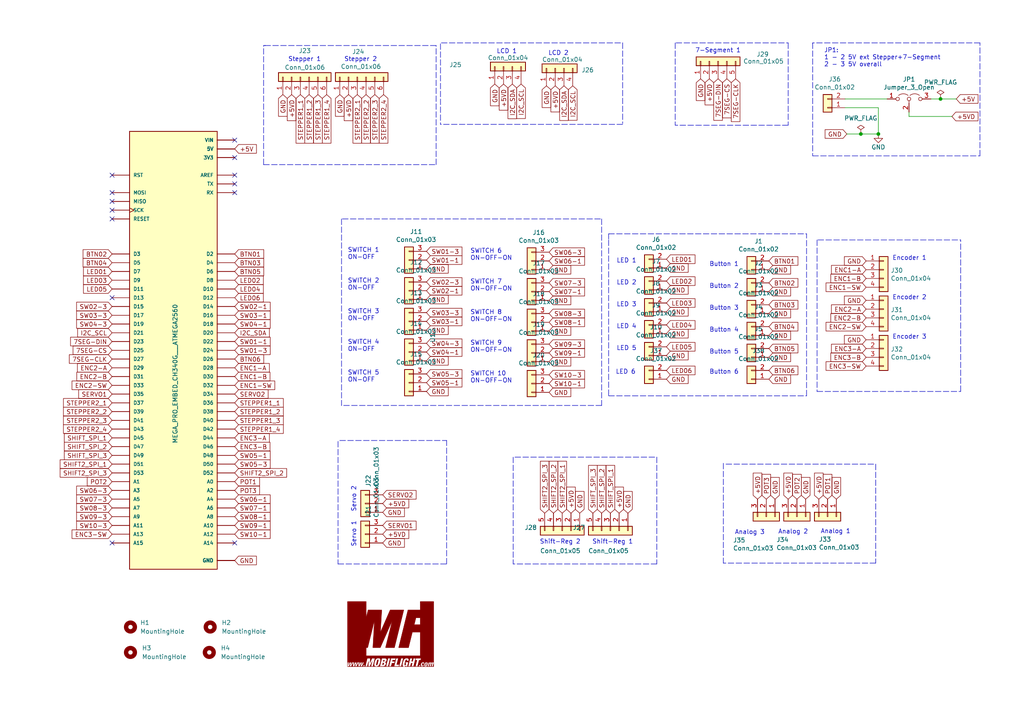
<source format=kicad_sch>
(kicad_sch (version 20211123) (generator eeschema)
  (paper "A4")
  (title_block (title "MobiFlight Prototyping Board") (date "09.12.2022") (rev "2.1") (company "mobiflight community") (comment 1 "stephan hoeltig") (comment 2 "sebastian moebius"))
  (lib_symbols
    (symbol "Connector_Generic:Conn_01x02" (pin_names (offset 1.016) hide)
      (property "Reference" "J" (at 0 2.54 0))
      (property "Value" "Conn_01x02" (at 0 -5.08 0))
      (symbol "Conn_01x02_1_1"
        (pin passive line (at -5.08 0 0) (length 3.81) (name "Pin_1") (number "1"))
        (pin passive line (at -5.08 -2.54 0) (length 3.81) (name "Pin_2") (number "2"))
      )
    )
    (symbol "Connector_Generic:Conn_01x03" (pin_names (offset 1.016) hide)
      (property "Reference" "J" (at 0 5.08 0))
      (property "Value" "Conn_01x03" (at 0 -5.08 0))
      (symbol "Conn_01x03_1_1"
        (pin passive line (at -5.08 2.54 0) (length 3.81) (name "Pin_1") (number "1"))
        (pin passive line (at -5.08 0 0) (length 3.81) (name "Pin_2") (number "2"))
        (pin passive line (at -5.08 -2.54 0) (length 3.81) (name "Pin_3") (number "3"))
      )
    )
    (symbol "Connector_Generic:Conn_01x04" (pin_names (offset 1.016) hide)
      (property "Reference" "J" (at 0 5.08 0))
      (property "Value" "Conn_01x04" (at 0 -7.62 0))
      (symbol "Conn_01x04_1_1"
        (pin passive line (at -5.08 2.54 0) (length 3.81) (name "Pin_1") (number "1"))
        (pin passive line (at -5.08 0 0) (length 3.81) (name "Pin_2") (number "2"))
        (pin passive line (at -5.08 -2.54 0) (length 3.81) (name "Pin_3") (number "3"))
        (pin passive line (at -5.08 -5.08 0) (length 3.81) (name "Pin_4") (number "4"))
      )
    )
    (symbol "Connector_Generic:Conn_01x05" (pin_names (offset 1.016) hide)
      (property "Reference" "J" (at 0 7.62 0))
      (property "Value" "Conn_01x05" (at 0 -7.62 0))
      (symbol "Conn_01x05_1_1"
        (pin passive line (at -5.08 5.08 0) (length 3.81) (name "Pin_1") (number "1"))
        (pin passive line (at -5.08 2.54 0) (length 3.81) (name "Pin_2") (number "2"))
        (pin passive line (at -5.08 0 0) (length 3.81) (name "Pin_3") (number "3"))
        (pin passive line (at -5.08 -2.54 0) (length 3.81) (name "Pin_4") (number "4"))
        (pin passive line (at -5.08 -5.08 0) (length 3.81) (name "Pin_5") (number "5"))
      )
    )
    (symbol "Connector_Generic:Conn_01x06" (pin_names (offset 1.016) hide)
      (property "Reference" "J" (at 0 7.62 0))
      (property "Value" "Conn_01x06" (at 0 -10.16 0))
      (symbol "Conn_01x06_1_1"
        (pin passive line (at -5.08 5.08 0) (length 3.81) (name "Pin_1") (number "1"))
        (pin passive line (at -5.08 2.54 0) (length 3.81) (name "Pin_2") (number "2"))
        (pin passive line (at -5.08 0 0) (length 3.81) (name "Pin_3") (number "3"))
        (pin passive line (at -5.08 -2.54 0) (length 3.81) (name "Pin_4") (number "4"))
        (pin passive line (at -5.08 -5.08 0) (length 3.81) (name "Pin_5") (number "5"))
        (pin passive line (at -5.08 -7.62 0) (length 3.81) (name "Pin_6") (number "6"))
      )
    )
    (symbol "Jumper:Jumper_3_Open" (pin_names (offset 0) hide)
      (property "Reference" "JP" (at -2.54 -2.54 0))
      (property "Value" "Jumper_3_Open" (at 0 2.794 0))
      (symbol "Jumper_3_Open_1_1"
        (pin passive line (at -6.35 0 0) (length 2.54) (name "A") (number "1"))
        (pin input line (at 0 -3.81 90) (length 2.54) (name "C") (number "2"))
        (pin passive line (at 6.35 0 180) (length 2.54) (name "B") (number "3"))
      )
    )
    (symbol "MEGA_PRO_EMBED_CH340G___ATMEGA2560:MEGA_PRO_EMBED_CH340G___ATMEGA2560" (pin_numbers hide) (pin_names (offset 1.016))
      (property "Reference" "U1" (at -64.262 1.1684 90))
      (property "Value" "MEGA_PRO_EMBED_CH340G___ATMEGA2560" (at -64.262 -1.143 90))
      (symbol "MEGA_PRO_EMBED_CH340G___ATMEGA2560_0_0"
        (pin power_in line (at 17.78 55.88 180) (length 5.08) (name "3V3") (number "3V3_1"))
        (pin power_in line (at 17.78 55.88 180) (length 5.08) (name "3V3") (number "3V3_2"))
        (pin power_in line (at 17.78 58.42 180) (length 5.08) (name "5V") (number "5V_1"))
        (pin power_in line (at 17.78 58.42 180) (length 5.08) (name "5V") (number "5V_2"))
        (pin power_in line (at 17.78 58.42 180) (length 5.08) (name "5V") (number "5V_3"))
        (pin bidirectional line (at 17.78 -38.1 180) (length 5.08) (name "A0") (number "A0"))
        (pin bidirectional line (at -17.78 -38.1 0) (length 5.08) (name "A1") (number "A1"))
        (pin bidirectional line (at 17.78 -50.8 180) (length 5.08) (name "A10") (number "A10"))
        (pin bidirectional line (at -17.78 -50.8 0) (length 5.08) (name "A11") (number "A11"))
        (pin bidirectional line (at 17.78 -53.34 180) (length 5.08) (name "A12") (number "A12"))
        (pin bidirectional line (at -17.78 -53.34 0) (length 5.08) (name "A13") (number "A13"))
        (pin bidirectional line (at 17.78 -55.88 180) (length 5.08) (name "A14") (number "A14"))
        (pin bidirectional line (at -17.78 -55.88 0) (length 5.08) (name "A15") (number "A15"))
        (pin bidirectional line (at 17.78 -40.64 180) (length 5.08) (name "A2") (number "A2"))
        (pin bidirectional line (at -17.78 -40.64 0) (length 5.08) (name "A3") (number "A3"))
        (pin bidirectional line (at 17.78 -43.18 180) (length 5.08) (name "A4") (number "A4"))
        (pin bidirectional line (at -17.78 -43.18 0) (length 5.08) (name "A5") (number "A5"))
        (pin bidirectional line (at 17.78 -45.72 180) (length 5.08) (name "A6") (number "A6"))
        (pin bidirectional line (at -17.78 -45.72 0) (length 5.08) (name "A7") (number "A7"))
        (pin bidirectional line (at 17.78 -48.26 180) (length 5.08) (name "A8") (number "A8"))
        (pin bidirectional line (at -17.78 -48.26 0) (length 5.08) (name "A9") (number "A9"))
        (pin bidirectional line (at 17.78 50.8 180) (length 5.08) (name "AREF") (number "AREF"))
        (pin bidirectional line (at 17.78 17.78 180) (length 5.08) (name "D10") (number "D10"))
        (pin bidirectional line (at -17.78 17.78 0) (length 5.08) (name "D11") (number "D11"))
        (pin bidirectional line (at 17.78 15.24 180) (length 5.08) (name "D12") (number "D12"))
        (pin bidirectional line (at -17.78 15.24 0) (length 5.08) (name "D13") (number "D13"))
        (pin bidirectional line (at 17.78 12.7 180) (length 5.08) (name "D14") (number "D14"))
        (pin bidirectional line (at -17.78 12.7 0) (length 5.08) (name "D15") (number "D15"))
        (pin bidirectional line (at 17.78 10.16 180) (length 5.08) (name "D16") (number "D16"))
        (pin bidirectional line (at -17.78 10.16 0) (length 5.08) (name "D17") (number "D17"))
        (pin bidirectional line (at 17.78 7.62 180) (length 5.08) (name "D18") (number "D18"))
        (pin bidirectional line (at -17.78 7.62 0) (length 5.08) (name "D19") (number "D19"))
        (pin bidirectional line (at 17.78 27.94 180) (length 5.08) (name "D2") (number "D2"))
        (pin bidirectional line (at 17.78 5.08 180) (length 5.08) (name "D20") (number "D20"))
        (pin bidirectional line (at -17.78 5.08 0) (length 5.08) (name "D21") (number "D21"))
        (pin bidirectional line (at 17.78 2.54 180) (length 5.08) (name "D22") (number "D22"))
        (pin bidirectional line (at -17.78 2.54 0) (length 5.08) (name "D23") (number "D23"))
        (pin bidirectional line (at 17.78 0 180) (length 5.08) (name "D24") (number "D24"))
        (pin bidirectional line (at -17.78 0 0) (length 5.08) (name "D25") (number "D25"))
        (pin bidirectional line (at 17.78 -2.54 180) (length 5.08) (name "D26") (number "D26"))
        (pin bidirectional line (at -17.78 -2.54 0) (length 5.08) (name "D27") (number "D27"))
        (pin bidirectional line (at 17.78 -5.08 180) (length 5.08) (name "D28") (number "D28"))
        (pin bidirectional line (at -17.78 -5.08 0) (length 5.08) (name "D29") (number "D29"))
        (pin bidirectional line (at -17.78 27.94 0) (length 5.08) (name "D3") (number "D3"))
        (pin bidirectional line (at 17.78 -7.62 180) (length 5.08) (name "D30") (number "D30"))
        (pin bidirectional line (at -17.78 -7.62 0) (length 5.08) (name "D31") (number "D31"))
        (pin bidirectional line (at 17.78 -10.16 180) (length 5.08) (name "D32") (number "D32"))
        (pin bidirectional line (at -17.78 -10.16 0) (length 5.08) (name "D33") (number "D33"))
        (pin bidirectional line (at 17.78 -12.7 180) (length 5.08) (name "D34") (number "D34"))
        (pin bidirectional line (at -17.78 -12.7 0) (length 5.08) (name "D35") (number "D35"))
        (pin bidirectional line (at 17.78 -15.24 180) (length 5.08) (name "D36") (number "D36"))
        (pin bidirectional line (at -17.78 -15.24 0) (length 5.08) (name "D37") (number "D37"))
        (pin bidirectional line (at 17.78 -17.78 180) (length 5.08) (name "D38") (number "D38"))
        (pin bidirectional line (at -17.78 -17.78 0) (length 5.08) (name "D39") (number "D39"))
        (pin bidirectional line (at 17.78 25.4 180) (length 5.08) (name "D4") (number "D4"))
        (pin bidirectional line (at 17.78 -20.32 180) (length 5.08) (name "D40") (number "D40"))
        (pin bidirectional line (at -17.78 -20.32 0) (length 5.08) (name "D41") (number "D41"))
        (pin bidirectional line (at 17.78 -22.86 180) (length 5.08) (name "D42") (number "D42"))
        (pin bidirectional line (at -17.78 -22.86 0) (length 5.08) (name "D43") (number "D43"))
        (pin bidirectional line (at 17.78 -25.4 180) (length 5.08) (name "D44") (number "D44"))
        (pin bidirectional line (at -17.78 -25.4 0) (length 5.08) (name "D45") (number "D45"))
        (pin bidirectional line (at 17.78 -27.94 180) (length 5.08) (name "D46") (number "D46"))
        (pin bidirectional line (at -17.78 -27.94 0) (length 5.08) (name "D47") (number "D47"))
        (pin bidirectional line (at 17.78 -30.48 180) (length 5.08) (name "D48") (number "D48"))
        (pin bidirectional line (at -17.78 -30.48 0) (length 5.08) (name "D49") (number "D49"))
        (pin bidirectional line (at -17.78 25.4 0) (length 5.08) (name "D5") (number "D5"))
        (pin bidirectional line (at 17.78 -33.02 180) (length 5.08) (name "D50") (number "D50"))
        (pin bidirectional line (at -17.78 -33.02 0) (length 5.08) (name "D51") (number "D51"))
        (pin bidirectional line (at 17.78 -35.56 180) (length 5.08) (name "D52") (number "D52"))
        (pin bidirectional line (at -17.78 -35.56 0) (length 5.08) (name "D53") (number "D53"))
        (pin bidirectional line (at 17.78 22.86 180) (length 5.08) (name "D6") (number "D6"))
        (pin bidirectional line (at -17.78 22.86 0) (length 5.08) (name "D7") (number "D7"))
        (pin bidirectional line (at 17.78 20.32 180) (length 5.08) (name "D8") (number "D8"))
        (pin bidirectional line (at -17.78 20.32 0) (length 5.08) (name "D9") (number "D9"))
        (pin power_in line (at 17.78 -60.96 180) (length 5.08) (name "GND") (number "GND_1"))
        (pin power_in line (at 17.78 -60.96 180) (length 5.08) (name "GND") (number "GND_2"))
        (pin power_in line (at 17.78 -60.96 180) (length 5.08) (name "GND") (number "GND_3"))
        (pin bidirectional line (at -17.78 43.18 0) (length 5.08) (name "MISO") (number "MISO"))
        (pin bidirectional line (at -17.78 45.72 0) (length 5.08) (name "MOSI") (number "MOSI"))
        (pin input line (at -17.78 38.1 0) (length 5.08) (name "RESET") (number "RESET"))
        (pin input line (at -17.78 50.8 0) (length 5.08) (name "RST") (number "RST"))
        (pin input line (at 17.78 45.72 180) (length 5.08) (name "RX") (number "RX"))
        (pin bidirectional clock (at -17.78 40.64 0) (length 5.08) (name "SCK") (number "SCK"))
        (pin output line (at 17.78 48.26 180) (length 5.08) (name "TX") (number "TX"))
        (pin input line (at 17.78 60.96 180) (length 5.08) (name "VIN") (number "VIN_1"))
        (pin output line (at 17.78 60.96 180) (length 5.08) (name "VIN") (number "VIN_2"))
      )
    )
    (symbol "Mechanical:MountingHole" (pin_names (offset 1.016))
      (property "Reference" "H" (at 0 5.08 0))
      (property "Value" "MountingHole" (at 0 3.175 0))
    )
    (symbol "mobiflight:LOGO" (pin_names (offset 1.016)))
    (symbol "power:GND" (power) (pin_names (offset 0))
      (property "Value" "GND" (at 0 -3.81 0))
      (symbol "GND_1_1"
        (pin power_in line (at 0 0 270) (length 0) hide (name "GND") (number "1"))
      )
    )
    (symbol "power:PWR_FLAG" (power) (pin_numbers hide) (pin_names (offset 0) hide)
      (property "Value" "PWR_FLAG" (at 0 3.81 0))
      (symbol "PWR_FLAG_0_0"
        (pin power_out line (at 0 0 90) (length 0) (name "pwr") (number "1"))
      )
    )
  )
  (junction (at 254.762 38.862))
  (junction (at 272.796 28.702))
  (junction (at 249.682 38.862))
  (no_connect (at 32.512 50.8))
  (no_connect (at 68.072 45.72))
  (no_connect (at 68.072 55.88))
  (no_connect (at 68.072 40.64))
  (no_connect (at 32.512 58.42))
  (no_connect (at 32.512 60.96))
  (no_connect (at 68.072 53.34))
  (no_connect (at 32.512 157.48))
  (no_connect (at 68.072 50.8))
  (no_connect (at 32.512 86.36))
  (no_connect (at 68.072 157.48))
  (no_connect (at 32.512 63.5))
  (no_connect (at 32.512 55.88))
  (wire (pts (xy 249.682 38.862) (xy 245.618 38.862)))
  (polyline (pts (xy 98.044 163.576) (xy 129.54 163.576)))
  (polyline (pts (xy 278.638 113.538) (xy 278.638 69.596)))
  (polyline (pts (xy 190.5 132.588) (xy 190.5 163.576)))
  (polyline (pts (xy 210.566 134.62) (xy 254 134.62)))
  (wire (pts (xy 254.762 31.242) (xy 245.11 31.242)))
  (polyline (pts (xy 180.594 12.446) (xy 180.594 35.814)))
  (wire (pts (xy 272.796 28.702) (xy 277.368 28.702)))
  (polyline (pts (xy 254 134.62) (xy 254 163.322)))
  (wire (pts (xy 254.762 38.862) (xy 249.682 38.862)))
  (polyline (pts (xy 195.834 12.446) (xy 195.834 36.322)))
  (polyline (pts (xy 228.6 36.322) (xy 195.834 36.322)))
  (polyline (pts (xy 176.53 114.808) (xy 233.934 114.808)))
  (wire (pts (xy 254.762 38.862) (xy 254.762 31.242)))
  (polyline (pts (xy 233.934 114.808) (xy 233.934 67.818)))
  (polyline (pts (xy 196.088 12.446) (xy 228.6 12.446)))
  (polyline (pts (xy 209.804 134.366) (xy 209.804 163.322)))
  (polyline (pts (xy 284.226 12.446) (xy 235.712 12.446)))
  (polyline (pts (xy 148.844 132.588) (xy 148.844 163.576)))
  (polyline (pts (xy 76.454 47.752) (xy 76.454 13.208)))
  (polyline (pts (xy 127.762 12.7) (xy 127.762 36.068)))
  (polyline (pts (xy 98.044 128.016) (xy 98.044 163.576)))
  (polyline (pts (xy 126.492 47.752) (xy 126.492 13.208)))
  (polyline (pts (xy 76.454 47.752) (xy 126.492 47.752)))
  (polyline (pts (xy 99.06 63.5) (xy 99.06 117.602)))
  (polyline (pts (xy 284.226 45.212) (xy 284.226 12.446)))
  (wire (pts (xy 245.11 28.702) (xy 257.302 28.702)))
  (polyline (pts (xy 254 163.322) (xy 209.804 163.322)))
  (polyline (pts (xy 235.712 12.446) (xy 235.712 12.7)))
  (polyline (pts (xy 236.982 113.538) (xy 278.638 113.538)))
  (wire (pts (xy 263.652 32.512) (xy 263.652 33.782)))
  (polyline (pts (xy 176.53 69.596) (xy 176.53 114.808)))
  (polyline (pts (xy 176.53 67.818) (xy 176.53 69.342)))
  (polyline (pts (xy 129.54 163.576) (xy 129.54 127.762)))
  (polyline (pts (xy 76.454 13.208) (xy 76.962 13.208)))
  (wire (pts (xy 263.652 33.782) (xy 276.098 33.782)))
  (polyline (pts (xy 228.6 12.446) (xy 228.6 36.322)))
  (polyline (pts (xy 128.016 12.446) (xy 180.594 12.446)))
  (polyline (pts (xy 99.314 63.5) (xy 174.498 63.5)))
  (polyline (pts (xy 98.552 127.762) (xy 129.54 127.762)))
  (polyline (pts (xy 174.498 117.602) (xy 99.06 117.602)))
  (polyline (pts (xy 174.498 63.5) (xy 174.498 117.602)))
  (polyline (pts (xy 190.5 163.576) (xy 148.844 163.576)))
  (polyline (pts (xy 235.712 45.212) (xy 284.226 45.212)))
  (polyline (pts (xy 237.236 69.596) (xy 278.638 69.596)))
  (polyline (pts (xy 180.594 36.068) (xy 127.762 36.068)))
  (polyline (pts (xy 176.53 67.818) (xy 233.934 67.818)))
  (polyline (pts (xy 126.492 13.208) (xy 76.454 13.208)))
  (wire (pts (xy 270.002 28.702) (xy 272.796 28.702)))
  (polyline (pts (xy 149.352 132.588) (xy 190.5 132.588)))
  (polyline (pts (xy 236.982 69.596) (xy 236.982 113.538)))
  (polyline (pts (xy 235.712 12.446) (xy 235.712 45.212)))
  (text "SWITCH 6\nON-OFF-ON" (at 136.398 75.692 0) (effects (font (size 1.27 1.27)) (justify left bottom)))
  (text "Button 6" (at 205.74 108.712 0) (effects (font (size 1.27 1.27)) (justify left bottom)))
  (text "Servo 1" (at 103.378 158.75 90) (effects (font (size 1.27 1.27)) (justify left bottom)))
  (text "Analog 3" (at 213.106 155.2194 0) (effects (font (size 1.27 1.27)) (justify left bottom)))
  (text "LCD 2" (at 159.004 16.256 0) (effects (font (size 1.27 1.27)) (justify left bottom)))
  (text "LED 5" (at 178.816 101.854 0) (effects (font (size 1.27 1.27)) (justify left bottom)))
  (text "Shift-Reg 1" (at 183.642 157.988 180) (effects (font (size 1.27 1.27)) (justify right bottom)))
  (text "LED 4" (at 178.816 95.504 0) (effects (font (size 1.27 1.27)) (justify left bottom)))
  (text "SWITCH 4\nON-OFF" (at 100.838 102.108 0) (effects (font (size 1.27 1.27)) (justify left bottom)))
  (text "Encoder 3" (at 258.826 98.552 0) (effects (font (size 1.27 1.27)) (justify left bottom)))
  (text "Button 1" (at 205.74 77.47 0) (effects (font (size 1.27 1.27)) (justify left bottom)))
  (text "Analog 1" (at 237.998 154.9654 0) (effects (font (size 1.27 1.27)) (justify left bottom)))
  (text "JP1:\n1 - 2 5V ext Stepper+7-Segment\n2 - 3 5V overall" (at 239.014 19.558 0) (effects (font (size 1.27 1.27)) (justify left bottom)))
  (text "SWITCH 9\nON-OFF-ON" (at 136.398 102.362 0) (effects (font (size 1.27 1.27)) (justify left bottom)))
  (text "7-Segment 1" (at 214.884 15.494 180) (effects (font (size 1.27 1.27)) (justify right bottom)))
  (text "Encoder 2" (at 258.826 87.122 0) (effects (font (size 1.27 1.27)) (justify left bottom)))
  (text "SWITCH 3\nON-OFF" (at 100.838 93.218 0) (effects (font (size 1.27 1.27)) (justify left bottom)))
  (text "Analog 2" (at 225.679 155.067 0) (effects (font (size 1.27 1.27)) (justify left bottom)))
  (text "Servo 2" (at 103.378 148.59 90) (effects (font (size 1.27 1.27)) (justify left bottom)))
  (text "Encoder 1" (at 258.826 75.692 0) (effects (font (size 1.27 1.27)) (justify left bottom)))
  (text "SWITCH 8\nON-OFF-ON" (at 136.398 93.472 0) (effects (font (size 1.27 1.27)) (justify left bottom)))
  (text "LED 1" (at 178.816 76.454 0) (effects (font (size 1.27 1.27)) (justify left bottom)))
  (text "Stepper 1" (at 83.566 18.034 0) (effects (font (size 1.27 1.27)) (justify left bottom)))
  (text "Button 3" (at 205.74 90.17 0) (effects (font (size 1.27 1.27)) (justify left bottom)))
  (text "SWITCH 2\nON-OFF" (at 100.838 84.328 0) (effects (font (size 1.27 1.27)) (justify left bottom)))
  (text "LED 2" (at 178.816 82.804 0) (effects (font (size 1.27 1.27)) (justify left bottom)))
  (text "SWITCH 10\nON-OFF-ON" (at 136.398 111.252 0) (effects (font (size 1.27 1.27)) (justify left bottom)))
  (text "Shift-Reg 2" (at 168.402 157.988 180) (effects (font (size 1.27 1.27)) (justify right bottom)))
  (text "LED 3" (at 178.816 89.154 0) (effects (font (size 1.27 1.27)) (justify left bottom)))
  (text "SWITCH 1\nON-OFF" (at 100.838 75.438 0) (effects (font (size 1.27 1.27)) (justify left bottom)))
  (text "LED 6" (at 178.562 108.712 0) (effects (font (size 1.27 1.27)) (justify left bottom)))
  (text "Button 5" (at 205.74 102.87 0) (effects (font (size 1.27 1.27)) (justify left bottom)))
  (text "Button 2" (at 205.74 83.82 0) (effects (font (size 1.27 1.27)) (justify left bottom)))
  (text "SWITCH 5\nON-OFF" (at 100.838 110.998 0) (effects (font (size 1.27 1.27)) (justify left bottom)))
  (text "Button 4" (at 205.74 96.52 0) (effects (font (size 1.27 1.27)) (justify left bottom)))
  (text "LCD 1" (at 144.018 15.748 0) (effects (font (size 1.27 1.27)) (justify left bottom)))
  (text "Stepper 2" (at 99.822 18.034 0) (effects (font (size 1.27 1.27)) (justify left bottom)))
  (text "SWITCH 7\nON-OFF-ON" (at 136.398 84.582 0) (effects (font (size 1.27 1.27)) (justify left bottom)))
  (global_label "GND" (shape input) (at 110.998 148.59 0) (property "Intersheet References" "${INTERSHEET_REFS}" (effects hide)))
  (global_label "+5VD" (shape input) (at 219.71 144.78 90) (property "Intersheet References" "${INTERSHEET_REFS}" (effects hide)))
  (global_label "SW10-1" (shape input) (at 68.072 154.94 0) (property "Intersheet References" "${INTERSHEET_REFS}" (effects hide)))
  (global_label "ENC3-SW" (shape input) (at 32.512 154.94 180) (property "Intersheet References" "${INTERSHEET_REFS}" (effects hide)))
  (global_label "GND" (shape input) (at 123.698 77.978 0) (property "Intersheet References" "${INTERSHEET_REFS}" (effects hide)))
  (global_label "SW01-3" (shape input) (at 68.072 101.6 0) (property "Intersheet References" "${INTERSHEET_REFS}" (effects hide)))
  (global_label "GND" (shape input) (at 233.68 144.78 90) (property "Intersheet References" "${INTERSHEET_REFS}" (effects hide)))
  (global_label "+5V" (shape input) (at 68.072 43.18 0) (property "Intersheet References" "${INTERSHEET_REFS}" (effects hide)))
  (global_label "SHIFT2_SPI_1" (shape input) (at 163.068 148.844 90) (property "Intersheet References" "${INTERSHEET_REFS}" (effects hide)))
  (global_label "LED03" (shape input) (at 193.294 87.884 0) (property "Intersheet References" "${INTERSHEET_REFS}" (effects hide)))
  (global_label "+5VD" (shape input) (at 161.036 24.892 270) (property "Intersheet References" "${INTERSHEET_REFS}" (effects hide)))
  (global_label "ENC3-B" (shape input) (at 68.072 129.54 0) (property "Intersheet References" "${INTERSHEET_REFS}" (effects hide)))
  (global_label "+5VD" (shape input) (at 110.998 146.05 0) (property "Intersheet References" "${INTERSHEET_REFS}" (effects hide)))
  (global_label "SHIFT2_SPI_3" (shape input) (at 32.512 137.16 180) (property "Intersheet References" "${INTERSHEET_REFS}" (effects hide)))
  (global_label "7SEG-DIN" (shape input) (at 32.512 99.06 180) (property "Intersheet References" "${INTERSHEET_REFS}" (effects hide)))
  (global_label "SW03-1" (shape input) (at 123.698 93.218 0) (property "Intersheet References" "${INTERSHEET_REFS}" (effects hide)))
  (global_label "ENC1-SW" (shape input) (at 68.072 111.76 0) (property "Intersheet References" "${INTERSHEET_REFS}" (effects hide)))
  (global_label "+5VD" (shape input) (at 110.998 154.94 0) (property "Intersheet References" "${INTERSHEET_REFS}" (effects hide)))
  (global_label "SW07-3" (shape input) (at 32.512 144.78 180) (property "Intersheet References" "${INTERSHEET_REFS}" (effects hide)))
  (global_label "STEPPER2_2" (shape input) (at 32.512 119.38 180) (property "Intersheet References" "${INTERSHEET_REFS}" (effects hide)))
  (global_label "SW02-3" (shape input) (at 32.512 88.9 180) (property "Intersheet References" "${INTERSHEET_REFS}" (effects hide)))
  (global_label "+5V" (shape input) (at 277.368 28.702 0) (property "Intersheet References" "${INTERSHEET_REFS}" (effects hide)))
  (global_label "SHIFT2_SPI_2" (shape input) (at 68.072 137.16 0) (property "Intersheet References" "${INTERSHEET_REFS}" (effects hide)))
  (global_label "GND" (shape input) (at 193.294 90.424 0) (property "Intersheet References" "${INTERSHEET_REFS}" (effects hide)))
  (global_label "BTN04" (shape input) (at 223.012 94.742 0) (property "Intersheet References" "${INTERSHEET_REFS}" (effects hide)))
  (global_label "+5VD" (shape input) (at 205.74 22.86 270) (property "Intersheet References" "${INTERSHEET_REFS}" (effects hide)))
  (global_label "SW06-1" (shape input) (at 68.072 144.78 0) (property "Intersheet References" "${INTERSHEET_REFS}" (effects hide)))
  (global_label "GND" (shape input) (at 203.2 22.86 270) (property "Intersheet References" "${INTERSHEET_REFS}" (effects hide)))
  (global_label "GND" (shape input) (at 251.206 98.552 180) (property "Intersheet References" "${INTERSHEET_REFS}" (effects hide)))
  (global_label "SHIFT_SPI_1" (shape input) (at 32.512 127 180) (property "Intersheet References" "${INTERSHEET_REFS}" (effects hide)))
  (global_label "I2C_SDA" (shape input) (at 148.59 24.384 270) (property "Intersheet References" "${INTERSHEET_REFS}" (effects hide)))
  (global_label "ENC2-SW" (shape input) (at 32.512 111.76 180) (property "Intersheet References" "${INTERSHEET_REFS}" (effects hide)))
  (global_label "STEPPER1_2" (shape input) (at 89.662 27.432 270) (property "Intersheet References" "${INTERSHEET_REFS}" (effects hide)))
  (global_label "LED06" (shape input) (at 68.072 86.36 0) (property "Intersheet References" "${INTERSHEET_REFS}" (effects hide)))
  (global_label "GND" (shape input) (at 158.496 24.892 270) (property "Intersheet References" "${INTERSHEET_REFS}" (effects hide)))
  (global_label "GND" (shape input) (at 193.294 96.774 0) (property "Intersheet References" "${INTERSHEET_REFS}" (effects hide)))
  (global_label "STEPPER1_2" (shape input) (at 68.072 119.38 0) (property "Intersheet References" "${INTERSHEET_REFS}" (effects hide)))
  (global_label "BTN01" (shape input) (at 68.072 73.66 0) (property "Intersheet References" "${INTERSHEET_REFS}" (effects hide)))
  (global_label "SHIFT_SPI_3" (shape input) (at 32.512 132.08 180) (property "Intersheet References" "${INTERSHEET_REFS}" (effects hide)))
  (global_label "GND" (shape input) (at 123.698 113.538 0) (property "Intersheet References" "${INTERSHEET_REFS}" (effects hide)))
  (global_label "GND" (shape input) (at 251.206 75.692 180) (property "Intersheet References" "${INTERSHEET_REFS}" (effects hide)))
  (global_label "ENC2-A" (shape input) (at 251.206 89.662 180) (property "Intersheet References" "${INTERSHEET_REFS}" (effects hide)))
  (global_label "SHIFT2_SPI_2" (shape input) (at 160.528 148.844 90) (property "Intersheet References" "${INTERSHEET_REFS}" (effects hide)))
  (global_label "SW05-1" (shape input) (at 68.072 132.08 0) (property "Intersheet References" "${INTERSHEET_REFS}" (effects hide)))
  (global_label "SW10-3" (shape input) (at 32.512 152.4 180) (property "Intersheet References" "${INTERSHEET_REFS}" (effects hide)))
  (global_label "SW06-3" (shape input) (at 32.512 142.24 180) (property "Intersheet References" "${INTERSHEET_REFS}" (effects hide)))
  (global_label "GND" (shape input) (at 68.072 162.56 0) (property "Intersheet References" "${INTERSHEET_REFS}" (effects hide)))
  (global_label "I2C_SCL" (shape input) (at 151.13 24.384 270) (property "Intersheet References" "${INTERSHEET_REFS}" (effects hide)))
  (global_label "POT2" (shape input) (at 32.512 139.7 180) (property "Intersheet References" "${INTERSHEET_REFS}" (effects hide)))
  (global_label "STEPPER1_4" (shape input) (at 94.742 27.432 270) (property "Intersheet References" "${INTERSHEET_REFS}" (effects hide)))
  (global_label "GND" (shape input) (at 159.258 96.012 0) (property "Intersheet References" "${INTERSHEET_REFS}" (effects hide)))
  (global_label "GND" (shape input) (at 223.012 97.282 0) (property "Intersheet References" "${INTERSHEET_REFS}" (effects hide)))
  (global_label "BTN06" (shape input) (at 223.012 107.442 0) (property "Intersheet References" "${INTERSHEET_REFS}" (effects hide)))
  (global_label "GND" (shape input) (at 159.258 104.902 0) (property "Intersheet References" "${INTERSHEET_REFS}" (effects hide)))
  (global_label "STEPPER2_3" (shape input) (at 32.512 121.92 180) (property "Intersheet References" "${INTERSHEET_REFS}" (effects hide)))
  (global_label "ENC3-A" (shape input) (at 68.072 127 0) (property "Intersheet References" "${INTERSHEET_REFS}" (effects hide)))
  (global_label "SW09-1" (shape input) (at 68.072 152.4 0) (property "Intersheet References" "${INTERSHEET_REFS}" (effects hide)))
  (global_label "+5VD" (shape input) (at 237.49 144.78 90) (property "Intersheet References" "${INTERSHEET_REFS}" (effects hide)))
  (global_label "STEPPER2_1" (shape input) (at 103.632 27.432 270) (property "Intersheet References" "${INTERSHEET_REFS}" (effects hide)))
  (global_label "BTN03" (shape input) (at 68.072 76.2 0) (property "Intersheet References" "${INTERSHEET_REFS}" (effects hide)))
  (global_label "SW01-1" (shape input) (at 68.072 99.06 0) (property "Intersheet References" "${INTERSHEET_REFS}" (effects hide)))
  (global_label "SHIFT2_SPI_1" (shape input) (at 32.512 134.62 180) (property "Intersheet References" "${INTERSHEET_REFS}" (effects hide)))
  (global_label "STEPPER1_1" (shape input) (at 87.122 27.432 270) (property "Intersheet References" "${INTERSHEET_REFS}" (effects hide)))
  (global_label "SW10-1" (shape input) (at 159.258 111.252 0) (property "Intersheet References" "${INTERSHEET_REFS}" (effects hide)))
  (global_label "GND" (shape input) (at 159.258 87.122 0) (property "Intersheet References" "${INTERSHEET_REFS}" (effects hide)))
  (global_label "GND" (shape input) (at 159.258 113.792 0) (property "Intersheet References" "${INTERSHEET_REFS}" (effects hide)))
  (global_label "ENC3-A" (shape input) (at 251.206 101.092 180) (property "Intersheet References" "${INTERSHEET_REFS}" (effects hide)))
  (global_label "ENC1-B" (shape input) (at 68.072 109.22 0) (property "Intersheet References" "${INTERSHEET_REFS}" (effects hide)))
  (global_label "7SEG-DIN" (shape input) (at 208.28 22.86 270) (property "Intersheet References" "${INTERSHEET_REFS}" (effects hide)))
  (global_label "GND" (shape input) (at 82.042 27.432 270) (property "Intersheet References" "${INTERSHEET_REFS}" (effects hide)))
  (global_label "STEPPER2_4" (shape input) (at 111.252 27.432 270) (property "Intersheet References" "${INTERSHEET_REFS}" (effects hide)))
  (global_label "+5VD" (shape input) (at 165.608 148.844 90) (property "Intersheet References" "${INTERSHEET_REFS}" (effects hide)))
  (global_label "LED01" (shape input) (at 193.294 75.184 0) (property "Intersheet References" "${INTERSHEET_REFS}" (effects hide)))
  (global_label "ENC2-A" (shape input) (at 32.512 106.68 180) (property "Intersheet References" "${INTERSHEET_REFS}" (effects hide)))
  (global_label "SHIFT_SPI_1" (shape input) (at 177.038 148.844 90) (property "Intersheet References" "${INTERSHEET_REFS}" (effects hide)))
  (global_label "GND" (shape input) (at 182.118 148.844 90) (property "Intersheet References" "${INTERSHEET_REFS}" (effects hide)))
  (global_label "+5VD" (shape input) (at 101.092 27.432 270) (property "Intersheet References" "${INTERSHEET_REFS}" (effects hide)))
  (global_label "GND" (shape input) (at 143.51 24.384 270) (property "Intersheet References" "${INTERSHEET_REFS}" (effects hide)))
  (global_label "7SEG-CLK" (shape input) (at 32.512 104.14 180) (property "Intersheet References" "${INTERSHEET_REFS}" (effects hide)))
  (global_label "ENC2-SW" (shape input) (at 251.206 94.742 180) (property "Intersheet References" "${INTERSHEET_REFS}" (effects hide)))
  (global_label "SW01-1" (shape input) (at 123.698 75.438 0) (property "Intersheet References" "${INTERSHEET_REFS}" (effects hide)))
  (global_label "SW01-3" (shape input) (at 123.698 72.898 0) (property "Intersheet References" "${INTERSHEET_REFS}" (effects hide)))
  (global_label "SW05-1" (shape input) (at 123.698 110.998 0) (property "Intersheet References" "${INTERSHEET_REFS}" (effects hide)))
  (global_label "SERVO2" (shape input) (at 68.072 114.3 0) (property "Intersheet References" "${INTERSHEET_REFS}" (effects hide)))
  (global_label "POT3" (shape input) (at 68.072 142.24 0) (property "Intersheet References" "${INTERSHEET_REFS}" (effects hide)))
  (global_label "7SEG-CS" (shape input) (at 210.82 22.86 270) (property "Intersheet References" "${INTERSHEET_REFS}" (effects hide)))
  (global_label "STEPPER1_3" (shape input) (at 92.202 27.432 270) (property "Intersheet References" "${INTERSHEET_REFS}" (effects hide)))
  (global_label "GND" (shape input) (at 224.79 144.78 90) (property "Intersheet References" "${INTERSHEET_REFS}" (effects hide)))
  (global_label "I2C_SCL" (shape input) (at 166.116 24.892 270) (property "Intersheet References" "${INTERSHEET_REFS}" (effects hide)))
  (global_label "SW04-1" (shape input) (at 68.072 93.98 0) (property "Intersheet References" "${INTERSHEET_REFS}" (effects hide)))
  (global_label "GND" (shape input) (at 223.012 78.232 0) (property "Intersheet References" "${INTERSHEET_REFS}" (effects hide)))
  (global_label "LED02" (shape input) (at 68.072 81.28 0) (property "Intersheet References" "${INTERSHEET_REFS}" (effects hide)))
  (global_label "BTN05" (shape input) (at 68.072 78.74 0) (property "Intersheet References" "${INTERSHEET_REFS}" (effects hide)))
  (global_label "GND" (shape input) (at 123.698 104.648 0) (property "Intersheet References" "${INTERSHEET_REFS}" (effects hide)))
  (global_label "I2C_SCL" (shape input) (at 32.512 96.52 180) (property "Intersheet References" "${INTERSHEET_REFS}" (effects hide)))
  (global_label "SW02-3" (shape input) (at 123.698 81.788 0) (property "Intersheet References" "${INTERSHEET_REFS}" (effects hide)))
  (global_label "SW04-1" (shape input) (at 123.698 102.108 0) (property "Intersheet References" "${INTERSHEET_REFS}" (effects hide)))
  (global_label "SW03-1" (shape input) (at 68.072 91.44 0) (property "Intersheet References" "${INTERSHEET_REFS}" (effects hide)))
  (global_label "GND" (shape input) (at 193.294 77.724 0) (property "Intersheet References" "${INTERSHEET_REFS}" (effects hide)))
  (global_label "GND" (shape input) (at 98.552 27.432 270) (property "Intersheet References" "${INTERSHEET_REFS}" (effects hide)))
  (global_label "SW10-3" (shape input) (at 159.258 108.712 0) (property "Intersheet References" "${INTERSHEET_REFS}" (effects hide)))
  (global_label "STEPPER2_1" (shape input) (at 32.512 116.84 180) (property "Intersheet References" "${INTERSHEET_REFS}" (effects hide)))
  (global_label "ENC1-A" (shape input) (at 68.072 106.68 0) (property "Intersheet References" "${INTERSHEET_REFS}" (effects hide)))
  (global_label "LED04" (shape input) (at 193.294 94.234 0) (property "Intersheet References" "${INTERSHEET_REFS}" (effects hide)))
  (global_label "BTN02" (shape input) (at 32.512 73.66 180) (property "Intersheet References" "${INTERSHEET_REFS}" (effects hide)))
  (global_label "LED01" (shape input) (at 32.512 78.74 180) (property "Intersheet References" "${INTERSHEET_REFS}" (effects hide)))
  (global_label "STEPPER1_3" (shape input) (at 68.072 121.92 0) (property "Intersheet References" "${INTERSHEET_REFS}" (effects hide)))
  (global_label "GND" (shape input) (at 223.012 109.982 0) (property "Intersheet References" "${INTERSHEET_REFS}" (effects hide)))
  (global_label "+5VD" (shape input) (at 84.582 27.432 270) (property "Intersheet References" "${INTERSHEET_REFS}" (effects hide)))
  (global_label "GND" (shape input) (at 110.998 157.48 0) (property "Intersheet References" "${INTERSHEET_REFS}" (effects hide)))
  (global_label "SW08-3" (shape input) (at 159.258 90.932 0) (property "Intersheet References" "${INTERSHEET_REFS}" (effects hide)))
  (global_label "SERVO1" (shape input) (at 110.998 152.4 0) (property "Intersheet References" "${INTERSHEET_REFS}" (effects hide)))
  (global_label "SW07-1" (shape input) (at 68.072 147.32 0) (property "Intersheet References" "${INTERSHEET_REFS}" (effects hide)))
  (global_label "GND" (shape input) (at 223.012 84.582 0) (property "Intersheet References" "${INTERSHEET_REFS}" (effects hide)))
  (global_label "GND" (shape input) (at 168.148 148.844 90) (property "Intersheet References" "${INTERSHEET_REFS}" (effects hide)))
  (global_label "BTN01" (shape input) (at 223.012 75.692 0) (property "Intersheet References" "${INTERSHEET_REFS}" (effects hide)))
  (global_label "SW04-3" (shape input) (at 123.698 99.568 0) (property "Intersheet References" "${INTERSHEET_REFS}" (effects hide)))
  (global_label "LED02" (shape input) (at 193.294 81.534 0) (property "Intersheet References" "${INTERSHEET_REFS}" (effects hide)))
  (global_label "STEPPER2_4" (shape input) (at 32.512 124.46 180) (property "Intersheet References" "${INTERSHEET_REFS}" (effects hide)))
  (global_label "I2C_SDA" (shape input) (at 163.576 24.892 270) (property "Intersheet References" "${INTERSHEET_REFS}" (effects hide)))
  (global_label "I2C_SDA" (shape input) (at 68.072 96.52 0) (property "Intersheet References" "${INTERSHEET_REFS}" (effects hide)))
  (global_label "LED05" (shape input) (at 32.512 83.82 180) (property "Intersheet References" "${INTERSHEET_REFS}" (effects hide)))
  (global_label "7SEG-CS" (shape input) (at 32.512 101.6 180) (property "Intersheet References" "${INTERSHEET_REFS}" (effects hide)))
  (global_label "GND" (shape input) (at 193.294 109.982 0) (property "Intersheet References" "${INTERSHEET_REFS}" (effects hide)))
  (global_label "SW06-3" (shape input) (at 159.258 73.152 0) (property "Intersheet References" "${INTERSHEET_REFS}" (effects hide)))
  (global_label "SHIFT_SPI_2" (shape input) (at 32.512 129.54 180) (property "Intersheet References" "${INTERSHEET_REFS}" (effects hide)))
  (global_label "BTN05" (shape input) (at 223.012 101.092 0) (property "Intersheet References" "${INTERSHEET_REFS}" (effects hide)))
  (global_label "BTN04" (shape input) (at 32.512 76.2 180) (property "Intersheet References" "${INTERSHEET_REFS}" (effects hide)))
  (global_label "LED05" (shape input) (at 193.294 100.584 0) (property "Intersheet References" "${INTERSHEET_REFS}" (effects hide)))
  (global_label "SW03-3" (shape input) (at 32.512 91.44 180) (property "Intersheet References" "${INTERSHEET_REFS}" (effects hide)))
  (global_label "POT1" (shape input) (at 68.072 139.7 0) (property "Intersheet References" "${INTERSHEET_REFS}" (effects hide)))
  (global_label "SW07-3" (shape input) (at 159.258 82.042 0) (property "Intersheet References" "${INTERSHEET_REFS}" (effects hide)))
  (global_label "GND" (shape input) (at 245.618 38.862 180) (property "Intersheet References" "${INTERSHEET_REFS}" (effects hide)))
  (global_label "SW02-1" (shape input) (at 68.072 88.9 0) (property "Intersheet References" "${INTERSHEET_REFS}" (effects hide)))
  (global_label "SERVO2" (shape input) (at 110.998 143.51 0) (property "Intersheet References" "${INTERSHEET_REFS}" (effects hide)))
  (global_label "BTN03" (shape input) (at 223.012 88.392 0) (property "Intersheet References" "${INTERSHEET_REFS}" (effects hide)))
  (global_label "+5VD" (shape input) (at 146.05 24.384 270) (property "Intersheet References" "${INTERSHEET_REFS}" (effects hide)))
  (global_label "BTN02" (shape input) (at 223.012 82.042 0) (property "Intersheet References" "${INTERSHEET_REFS}" (effects hide)))
  (global_label "SW09-1" (shape input) (at 159.258 102.362 0) (property "Intersheet References" "${INTERSHEET_REFS}" (effects hide)))
  (global_label "STEPPER2_2" (shape input) (at 106.172 27.432 270) (property "Intersheet References" "${INTERSHEET_REFS}" (effects hide)))
  (global_label "SW09-3" (shape input) (at 32.512 149.86 180) (property "Intersheet References" "${INTERSHEET_REFS}" (effects hide)))
  (global_label "GND" (shape input) (at 123.698 86.868 0) (property "Intersheet References" "${INTERSHEET_REFS}" (effects hide)))
  (global_label "SHIFT_SPI_2" (shape input) (at 174.498 148.844 90) (property "Intersheet References" "${INTERSHEET_REFS}" (effects hide)))
  (global_label "POT1" (shape input) (at 240.03 144.78 90) (property "Intersheet References" "${INTERSHEET_REFS}" (effects hide)))
  (global_label "GND" (shape input) (at 251.206 87.122 180) (property "Intersheet References" "${INTERSHEET_REFS}" (effects hide)))
  (global_label "STEPPER2_3" (shape input) (at 108.712 27.432 270) (property "Intersheet References" "${INTERSHEET_REFS}" (effects hide)))
  (global_label "GND" (shape input) (at 159.258 78.232 0) (property "Intersheet References" "${INTERSHEET_REFS}" (effects hide)))
  (global_label "7SEG-CLK" (shape input) (at 213.36 22.86 270) (property "Intersheet References" "${INTERSHEET_REFS}" (effects hide)))
  (global_label "STEPPER1_1" (shape input) (at 68.072 116.84 0) (property "Intersheet References" "${INTERSHEET_REFS}" (effects hide)))
  (global_label "LED06" (shape input) (at 193.294 107.442 0) (property "Intersheet References" "${INTERSHEET_REFS}" (effects hide)))
  (global_label "ENC3-SW" (shape input) (at 251.206 106.172 180) (property "Intersheet References" "${INTERSHEET_REFS}" (effects hide)))
  (global_label "BTN06" (shape input) (at 68.072 104.14 0) (property "Intersheet References" "${INTERSHEET_REFS}" (effects hide)))
  (global_label "LED04" (shape input) (at 68.072 83.82 0) (property "Intersheet References" "${INTERSHEET_REFS}" (effects hide)))
  (global_label "SW09-3" (shape input) (at 159.258 99.822 0) (property "Intersheet References" "${INTERSHEET_REFS}" (effects hide)))
  (global_label "GND" (shape input) (at 223.012 90.932 0) (property "Intersheet References" "${INTERSHEET_REFS}" (effects hide)))
  (global_label "+5VD" (shape input) (at 179.578 148.844 90) (property "Intersheet References" "${INTERSHEET_REFS}" (effects hide)))
  (global_label "SW05-3" (shape input) (at 123.698 108.458 0) (property "Intersheet References" "${INTERSHEET_REFS}" (effects hide)))
  (global_label "SW02-1" (shape input) (at 123.698 84.328 0) (property "Intersheet References" "${INTERSHEET_REFS}" (effects hide)))
  (global_label "GND" (shape input) (at 223.012 103.632 0) (property "Intersheet References" "${INTERSHEET_REFS}" (effects hide)))
  (global_label "POT2" (shape input) (at 231.14 144.78 90) (property "Intersheet References" "${INTERSHEET_REFS}" (effects hide)))
  (global_label "ENC1-A" (shape input) (at 251.206 78.232 180) (property "Intersheet References" "${INTERSHEET_REFS}" (effects hide)))
  (global_label "SW08-1" (shape input) (at 159.258 93.472 0) (property "Intersheet References" "${INTERSHEET_REFS}" (effects hide)))
  (global_label "GND" (shape input) (at 193.294 84.074 0) (property "Intersheet References" "${INTERSHEET_REFS}" (effects hide)))
  (global_label "ENC2-B" (shape input) (at 251.206 92.202 180) (property "Intersheet References" "${INTERSHEET_REFS}" (effects hide)))
  (global_label "SW04-3" (shape input) (at 32.512 93.98 180) (property "Intersheet References" "${INTERSHEET_REFS}" (effects hide)))
  (global_label "SW08-3" (shape input) (at 32.512 147.32 180) (property "Intersheet References" "${INTERSHEET_REFS}" (effects hide)))
  (global_label "STEPPER1_4" (shape input) (at 68.072 124.46 0) (property "Intersheet References" "${INTERSHEET_REFS}" (effects hide)))
  (global_label "SW05-3" (shape input) (at 68.072 134.62 0) (property "Intersheet References" "${INTERSHEET_REFS}" (effects hide)))
  (global_label "GND" (shape input) (at 242.57 144.78 90) (property "Intersheet References" "${INTERSHEET_REFS}" (effects hide)))
  (global_label "SW06-1" (shape input) (at 159.258 75.692 0) (property "Intersheet References" "${INTERSHEET_REFS}" (effects hide)))
  (global_label "+5VD" (shape input) (at 276.098 33.782 0) (property "Intersheet References" "${INTERSHEET_REFS}" (effects hide)))
  (global_label "SHIFT2_SPI_3" (shape input) (at 157.988 148.844 90) (property "Intersheet References" "${INTERSHEET_REFS}" (effects hide)))
  (global_label "SHIFT_SPI_3" (shape input) (at 171.958 148.844 90) (property "Intersheet References" "${INTERSHEET_REFS}" (effects hide)))
  (global_label "ENC1-SW" (shape input) (at 251.206 83.312 180) (property "Intersheet References" "${INTERSHEET_REFS}" (effects hide)))
  (global_label "SW07-1" (shape input) (at 159.258 84.582 0) (property "Intersheet References" "${INTERSHEET_REFS}" (effects hide)))
  (global_label "SERVO1" (shape input) (at 32.512 114.3 180) (property "Intersheet References" "${INTERSHEET_REFS}" (effects hide)))
  (global_label "GND" (shape input) (at 193.294 103.124 0) (property "Intersheet References" "${INTERSHEET_REFS}" (effects hide)))
  (global_label "ENC2-B" (shape input) (at 32.512 109.22 180) (property "Intersheet References" "${INTERSHEET_REFS}" (effects hide)))
  (global_label "SW03-3" (shape input) (at 123.698 90.678 0) (property "Intersheet References" "${INTERSHEET_REFS}" (effects hide)))
  (global_label "POT3" (shape input) (at 222.25 144.78 90) (property "Intersheet References" "${INTERSHEET_REFS}" (effects hide)))
  (global_label "ENC1-B" (shape input) (at 251.206 80.772 180) (property "Intersheet References" "${INTERSHEET_REFS}" (effects hide)))
  (global_label "LED03" (shape input) (at 32.512 81.28 180) (property "Intersheet References" "${INTERSHEET_REFS}" (effects hide)))
  (global_label "+5VD" (shape input) (at 228.6 144.78 90) (property "Intersheet References" "${INTERSHEET_REFS}" (effects hide)))
  (global_label "SW08-1" (shape input) (at 68.072 149.86 0) (property "Intersheet References" "${INTERSHEET_REFS}" (effects hide)))
  (global_label "GND" (shape input) (at 123.698 95.758 0) (property "Intersheet References" "${INTERSHEET_REFS}" (effects hide)))
  (global_label "ENC3-B" (shape input) (at 251.206 103.632 180) (property "Intersheet References" "${INTERSHEET_REFS}" (effects hide)))
  (symbol (lib_id "Connector_Generic:Conn_01x02") (at 217.932 103.632 180) (unit 1)
    (property "Reference" "J5" (at 220.0148 95.377 0))
    (property "Value" "Conn_01x02" (at 220.0148 97.6884 0))
    (property "Footprint" "Connector_JST:JST_XH_B2B-XH-A_1x02_P2.50mm_Vertical" (effects hide))
    (property "LCSC" "C158012" (effects hide))
  )
  (symbol (lib_id "Connector_Generic:Conn_01x02") (at 217.932 97.282 180) (unit 1)
    (property "Reference" "J4" (at 220.0148 89.027 0))
    (property "Value" "Conn_01x02" (at 220.0148 91.3384 0))
    (property "Footprint" "Connector_JST:JST_XH_B2B-XH-A_1x02_P2.50mm_Vertical" (effects hide))
    (property "LCSC" "C158012" (effects hide))
  )
  (symbol (lib_id "Connector_Generic:Conn_01x02") (at 217.932 90.932 180) (unit 1)
    (property "Reference" "J3" (at 220.0148 82.677 0))
    (property "Value" "Conn_01x02" (at 220.0148 84.9884 0))
    (property "Footprint" "Connector_JST:JST_XH_B2B-XH-A_1x02_P2.50mm_Vertical" (effects hide))
    (property "LCSC" "C158012" (effects hide))
  )
  (symbol (lib_id "Connector_Generic:Conn_01x02") (at 217.932 84.582 180) (unit 1)
    (property "Reference" "J2" (at 220.0148 76.327 0))
    (property "Value" "Conn_01x02" (at 220.0148 78.6384 0))
    (property "Footprint" "Connector_JST:JST_XH_B2B-XH-A_1x02_P2.50mm_Vertical" (effects hide))
    (property "LCSC" "C158012" (effects hide))
  )
  (symbol (lib_id "Connector_Generic:Conn_01x02") (at 217.932 78.232 180) (unit 1)
    (property "Reference" "J1" (at 220.0148 69.977 0))
    (property "Value" "Conn_01x02" (at 220.0148 72.2884 0))
    (property "Footprint" "Connector_JST:JST_XH_B2B-XH-A_1x02_P2.50mm_Vertical" (effects hide))
    (property "LCSC" "C158012" (effects hide))
  )
  (symbol (lib_id "Connector_Generic:Conn_01x02") (at 188.214 77.724 180) (unit 1)
    (property "Reference" "J6" (at 190.2968 69.469 0))
    (property "Value" "Conn_01x02" (at 190.2968 71.7804 0))
    (property "Footprint" "Connector_JST:JST_XH_B2B-XH-A_1x02_P2.50mm_Vertical" (effects hide))
    (property "LCSC" "C158012" (effects hide))
  )
  (symbol (lib_id "Connector_Generic:Conn_01x02") (at 188.214 84.074 180) (unit 1)
    (property "Reference" "J7" (at 190.2968 75.819 0))
    (property "Value" "Conn_01x02" (at 190.2968 78.1304 0))
    (property "Footprint" "Connector_JST:JST_XH_B2B-XH-A_1x02_P2.50mm_Vertical" (effects hide))
    (property "LCSC" "C158012" (effects hide))
  )
  (symbol (lib_id "Connector_Generic:Conn_01x02") (at 188.214 90.424 180) (unit 1)
    (property "Reference" "J8" (at 190.2968 82.169 0))
    (property "Value" "Conn_01x02" (at 190.2968 84.4804 0))
    (property "Footprint" "Connector_JST:JST_XH_B2B-XH-A_1x02_P2.50mm_Vertical" (effects hide))
    (property "LCSC" "C158012" (effects hide))
  )
  (symbol (lib_id "Connector_Generic:Conn_01x02") (at 188.214 96.774 180) (unit 1)
    (property "Reference" "J9" (at 190.2968 88.519 0))
    (property "Value" "Conn_01x02" (at 190.2968 90.8304 0))
    (property "Footprint" "Connector_JST:JST_XH_B2B-XH-A_1x02_P2.50mm_Vertical" (effects hide))
    (property "LCSC" "C158012" (effects hide))
  )
  (symbol (lib_id "Connector_Generic:Conn_01x02") (at 188.214 103.124 180) (unit 1)
    (property "Reference" "J10" (at 190.2968 94.869 0))
    (property "Value" "Conn_01x02" (at 190.2968 97.1804 0))
    (property "Footprint" "Connector_JST:JST_XH_B2B-XH-A_1x02_P2.50mm_Vertical" (effects hide))
    (property "LCSC" "C158012" (effects hide))
  )
  (symbol (lib_id "Connector_Generic:Conn_01x03") (at 118.618 75.438 180) (unit 1)
    (property "Reference" "J11" (at 120.7008 67.183 0))
    (property "Value" "Conn_01x03" (at 120.7008 69.4944 0))
    (property "Footprint" "Connector_JST:JST_XH_B3B-XH-A_1x03_P2.50mm_Vertical" (effects hide))
    (property "LCSC" "C144394" (effects hide))
  )
  (symbol (lib_id "Connector_Generic:Conn_01x03") (at 118.618 84.328 180) (unit 1)
    (property "Reference" "J12" (at 120.7008 76.073 0))
    (property "Value" "Conn_01x03" (at 120.7008 78.3844 0))
    (property "Footprint" "Connector_JST:JST_XH_B3B-XH-A_1x03_P2.50mm_Vertical" (effects hide))
    (property "LCSC" "C144394" (effects hide))
  )
  (symbol (lib_id "Connector_Generic:Conn_01x03") (at 118.618 93.218 180) (unit 1)
    (property "Reference" "J13" (at 120.7008 84.963 0))
    (property "Value" "Conn_01x03" (at 120.7008 87.2744 0))
    (property "Footprint" "Connector_JST:JST_XH_B3B-XH-A_1x03_P2.50mm_Vertical" (effects hide))
    (property "LCSC" "C144394" (effects hide))
  )
  (symbol (lib_id "Connector_Generic:Conn_01x03") (at 118.618 102.108 180) (unit 1)
    (property "Reference" "J14" (at 120.7008 93.853 0))
    (property "Value" "Conn_01x03" (at 120.7008 96.1644 0))
    (property "Footprint" "Connector_JST:JST_XH_B3B-XH-A_1x03_P2.50mm_Vertical" (effects hide))
    (property "LCSC" "C144394" (effects hide))
  )
  (symbol (lib_id "Connector_Generic:Conn_01x03") (at 118.618 110.998 180) (unit 1)
    (property "Reference" "J15" (at 120.7008 102.743 0))
    (property "Value" "Conn_01x03" (at 120.7008 105.0544 0))
    (property "Footprint" "Connector_JST:JST_XH_B3B-XH-A_1x03_P2.50mm_Vertical" (effects hide))
    (property "LCSC" "C144394" (effects hide))
  )
  (symbol (lib_id "Connector_Generic:Conn_01x03") (at 154.178 75.692 180) (unit 1)
    (property "Reference" "J16" (at 156.2608 67.437 0))
    (property "Value" "Conn_01x03" (at 156.2608 69.7484 0))
    (property "Footprint" "Connector_JST:JST_XH_B3B-XH-A_1x03_P2.50mm_Vertical" (effects hide))
    (property "LCSC" "C144394" (effects hide))
  )
  (symbol (lib_id "Connector_Generic:Conn_01x03") (at 154.178 84.582 180) (unit 1)
    (property "Reference" "J17" (at 156.2608 76.327 0))
    (property "Value" "Conn_01x03" (at 156.2608 78.6384 0))
    (property "Footprint" "Connector_JST:JST_XH_B3B-XH-A_1x03_P2.50mm_Vertical" (effects hide))
    (property "LCSC" "C144394" (effects hide))
  )
  (symbol (lib_id "Connector_Generic:Conn_01x03") (at 154.178 93.472 180) (unit 1)
    (property "Reference" "J18" (at 156.2608 85.217 0))
    (property "Value" "Conn_01x03" (at 156.2608 87.5284 0))
    (property "Footprint" "Connector_JST:JST_XH_B3B-XH-A_1x03_P2.50mm_Vertical" (effects hide))
    (property "LCSC" "C144394" (effects hide))
  )
  (symbol (lib_id "Connector_Generic:Conn_01x03") (at 154.178 102.362 180) (unit 1)
    (property "Reference" "J19" (at 156.2608 94.107 0))
    (property "Value" "Conn_01x03" (at 156.2608 96.4184 0))
    (property "Footprint" "Connector_JST:JST_XH_B3B-XH-A_1x03_P2.50mm_Vertical" (effects hide))
    (property "LCSC" "C144394" (effects hide))
  )
  (symbol (lib_id "Connector_Generic:Conn_01x03") (at 154.178 111.252 180) (unit 1)
    (property "Reference" "J20" (at 156.2608 102.997 0))
    (property "Value" "Conn_01x03" (at 156.2608 105.3084 0))
    (property "Footprint" "Connector_JST:JST_XH_B3B-XH-A_1x03_P2.50mm_Vertical" (effects hide))
    (property "LCSC" "C144394" (effects hide))
  )
  (symbol (lib_id "Connector_Generic:Conn_01x03") (at 105.918 154.94 180) (unit 1)
    (property "Reference" "J21" (at 106.8324 150.1648 90) (effects (justify right)))
    (property "Value" "Conn_01x03" (at 109.1438 150.1648 90) (effects (justify right)))
    (property "Footprint" "Connector_JST:JST_XH_B3B-XH-A_1x03_P2.50mm_Vertical" (effects hide))
    (property "LCSC" "C144394" (effects hide))
  )
  (symbol (lib_id "Connector_Generic:Conn_01x03") (at 105.918 146.05 180) (unit 1)
    (property "Reference" "J22" (at 106.8324 141.2748 90) (effects (justify right)))
    (property "Value" "Conn_01x03" (at 109.1438 141.2748 90) (effects (justify right)))
    (property "Footprint" "Connector_JST:JST_XH_B3B-XH-A_1x03_P2.50mm_Vertical" (effects hide))
    (property "LCSC" "C144394" (effects hide))
  )
  (symbol (lib_id "Connector_Generic:Conn_01x04") (at 146.05 19.304 90) (unit 1)
    (property "Reference" "J25" (at 130.302 18.796 90) (effects (justify right)))
    (property "Value" "Conn_01x04" (at 141.478 16.764 90) (effects (justify right)))
    (property "Footprint" "Connector_JST:JST_XH_B4B-XH-A_1x04_P2.50mm_Vertical" (effects hide))
    (property "LCSC" "C144395" (effects hide))
  )
  (symbol (lib_id "Connector_Generic:Conn_01x04") (at 161.036 19.812 90) (unit 1)
    (property "Reference" "J26" (at 168.656 20.32 90) (effects (justify right)))
    (property "Value" "Conn_01x04" (at 157.226 17.272 90) (effects (justify right)))
    (property "Footprint" "Connector_JST:JST_XH_B4B-XH-A_1x04_P2.50mm_Vertical" (effects hide))
    (property "LCSC" "C144395" (effects hide))
  )
  (symbol (lib_id "Connector_Generic:Conn_01x05") (at 177.038 153.924 270) (unit 1)
    (property "Reference" "J27" (at 169.7228 153.0096 90) (effects (justify right)))
    (property "Value" "Conn_01x05" (at 182.372 159.766 90) (effects (justify right)))
    (property "Footprint" "Connector_JST:JST_XH_B5B-XH-A_1x05_P2.50mm_Vertical" (effects hide))
    (property "LCSC" "C157991" (effects hide))
  )
  (symbol (lib_id "Connector_Generic:Conn_01x05") (at 163.068 153.924 270) (unit 1)
    (property "Reference" "J28" (at 155.7528 153.0096 90) (effects (justify right)))
    (property "Value" "Conn_01x05" (at 168.402 159.766 90) (effects (justify right)))
    (property "Footprint" "Connector_JST:JST_XH_B5B-XH-A_1x05_P2.50mm_Vertical" (effects hide))
    (property "LCSC" "C157991" (effects hide))
  )
  (symbol (lib_id "Connector_Generic:Conn_01x03") (at 240.03 149.86 270) (unit 1)
    (property "Reference" "J33" (at 237.49 156.4386 90) (effects (justify left)))
    (property "Value" "Conn_01x03" (at 237.49 158.75 90) (effects (justify left)))
    (property "Footprint" "Connector_JST:JST_XH_B3B-XH-A_1x03_P2.50mm_Vertical" (effects hide))
    (property "LCSC" "C144394" (effects hide))
  )
  (symbol (lib_id "Connector_Generic:Conn_01x03") (at 231.14 149.86 270) (unit 1)
    (property "Reference" "J34" (at 225.171 156.5402 90) (effects (justify left)))
    (property "Value" "Conn_01x03" (at 225.171 158.8516 90) (effects (justify left)))
    (property "Footprint" "Connector_JST:JST_XH_B3B-XH-A_1x03_P2.50mm_Vertical" (effects hide))
    (property "LCSC" "C144394" (effects hide))
  )
  (symbol (lib_id "Connector_Generic:Conn_01x03") (at 222.25 149.86 270) (unit 1)
    (property "Reference" "J35" (at 212.598 156.6926 90) (effects (justify left)))
    (property "Value" "Conn_01x03" (at 212.598 159.004 90) (effects (justify left)))
    (property "Footprint" "Connector_JST:JST_XH_B3B-XH-A_1x03_P2.50mm_Vertical" (effects hide))
    (property "LCSC" "C144394" (effects hide))
  )
  (symbol (lib_id "Connector_Generic:Conn_01x04") (at 256.286 78.232 0) (unit 1)
    (property "Reference" "J30" (at 258.318 78.4352 0) (effects (justify left)))
    (property "Value" "Conn_01x04" (at 258.318 80.7466 0) (effects (justify left)))
    (property "Footprint" "Connector_JST:JST_XH_B4B-XH-A_1x04_P2.50mm_Vertical" (effects hide))
    (property "LCSC" "C144395" (effects hide))
  )
  (symbol (lib_id "Connector_Generic:Conn_01x04") (at 256.286 89.662 0) (unit 1)
    (property "Reference" "J31" (at 258.318 89.8652 0) (effects (justify left)))
    (property "Value" "Conn_01x04" (at 258.318 92.1766 0) (effects (justify left)))
    (property "Footprint" "Connector_JST:JST_XH_B4B-XH-A_1x04_P2.50mm_Vertical" (effects hide))
    (property "LCSC" "C144395" (effects hide))
  )
  (symbol (lib_id "Connector_Generic:Conn_01x04") (at 256.286 101.092 0) (unit 1)
    (property "Reference" "J32" (at 258.318 101.2952 0) (effects (justify left)))
    (property "Value" "Conn_01x04" (at 258.318 103.6066 0) (effects (justify left)))
    (property "Footprint" "Connector_JST:JST_XH_B4B-XH-A_1x04_P2.50mm_Vertical" (effects hide))
    (property "LCSC" "C144395" (effects hide))
  )
  (symbol (lib_id "Connector_Generic:Conn_01x05") (at 208.28 17.78 90) (unit 1)
    (property "Reference" "J29" (at 223.012 15.748 90) (effects (justify left)))
    (property "Value" "Conn_01x05" (at 227.33 17.78 90) (effects (justify left)))
    (property "Footprint" "Connector_JST:JST_XH_B5B-XH-A_1x05_P2.50mm_Vertical" (effects hide))
    (property "LCSC" "C157991" (effects hide))
  )
  (symbol (lib_id "Connector_Generic:Conn_01x06") (at 87.122 22.352 90) (unit 1)
    (property "Reference" "J23" (at 86.614 14.732 90) (effects (justify right)))
    (property "Value" "Conn_01x06" (at 82.55 19.558 90) (effects (justify right)))
    (property "Footprint" "Connector_JST:JST_XH_B6B-XH-A_1x06_P2.50mm_Vertical" (effects hide))
    (property "LCSC" "C144397" (effects hide))
  )
  (symbol (lib_id "Connector_Generic:Conn_01x06") (at 103.632 22.352 90) (unit 1)
    (property "Reference" "J24" (at 102.108 14.986 90) (effects (justify right)))
    (property "Value" "Conn_01x06" (at 98.806 19.304 90) (effects (justify right)))
    (property "Footprint" "Connector_JST:JST_XH_B6B-XH-A_1x06_P2.50mm_Vertical" (effects hide))
    (property "LCSC" "C144397" (effects hide))
  )
  (symbol (lib_id "MEGA_PRO_EMBED_CH340G___ATMEGA2560:MEGA_PRO_EMBED_CH340G___ATMEGA2560") (at 50.292 101.6 0) (unit 1) (in_bom no)
    (property "Reference" "U1" (at 125.476 96.6216 90) (effects (justify right)))
    (property "Value" "MEGA_PRO_EMBED_CH340G___ATMEGA2560" (at 50.8 88.138 90) (effects (justify right)))
    (property "Footprint" "MODULE_MEGA_PRO_EMBED_CH340G_:_ATMEGA2560" (effects hide))
    (property "PARTREV" "12/May/2017" (effects hide))
    (property "STANDARD" "Manufacturer Recommendations" (effects hide))
    (property "MANUFACTURER" "Robotdyn" (effects hide))
  )
  (symbol (lib_id "Connector_Generic:Conn_01x02") (at 240.03 31.242 180) (unit 1)
    (property "Reference" "J36" (at 242.1128 22.987 0))
    (property "Value" "Conn_01x02" (at 242.1128 25.2984 0))
    (property "Footprint" "Connector_JST:JST_XH_B2B-XH-A_1x02_P2.50mm_Vertical" (effects hide))
    (property "LCSC" "C158012" (effects hide))
  )
  (symbol (lib_id "Jumper:Jumper_3_Open") (at 263.652 28.702 0) (unit 1)
    (property "Reference" "JP1" (at 263.652 23.0124 0))
    (property "Value" "Jumper_3_Open" (at 263.652 25.3238 0))
    (property "Footprint" "Connector_PinHeader_2.54mm:PinHeader_1x03_P2.54mm_Vertical" (effects hide))
    (property "LCSC" "C49257" (effects hide))
  )
  (symbol (lib_id "power:GND") (at 254.762 38.862 0) (unit 1)
    (property "Reference" "#PWR01" (effects hide))
    (property "Value" "GND" (at 254.762 42.672 0))
  )
  (symbol (lib_id "Mechanical:MountingHole") (at 60.706 189.23 0) (unit 1) (in_bom no)
    (property "Reference" "H4" (at 64.008 187.9599 0) (effects (justify left)))
    (property "Value" "MountingHole" (at 64.008 190.4999 0) (effects (justify left)))
    (property "Footprint" "MountingHole:MountingHole_3.5mm" (effects hide))
  )
  (symbol (lib_id "Connector_Generic:Conn_01x02") (at 188.214 109.982 180) (unit 1)
    (property "Reference" "J37" (at 190.2968 101.727 0))
    (property "Value" "Conn_01x02" (at 190.2968 104.0384 0))
    (property "Footprint" "Connector_JST:JST_XH_B2B-XH-A_1x02_P2.50mm_Vertical" (effects hide))
    (property "LCSC" "C158012" (effects hide))
  )
  (symbol (lib_id "Mechanical:MountingHole") (at 37.846 181.864 0) (unit 1) (in_bom no)
    (property "Reference" "H1" (at 40.64 180.5939 0) (effects (justify left)))
    (property "Value" "MountingHole" (at 40.64 183.1339 0) (effects (justify left)))
    (property "Footprint" "MountingHole:MountingHole_3.5mm" (effects hide))
  )
  (symbol (lib_id "mobiflight:LOGO") (at 113.284 183.896 0) (unit 1) (in_bom no)
    (property "Reference" "#G1" (effects hide))
    (property "Value" "LOGO" (effects hide))
  )
  (symbol (lib_id "power:PWR_FLAG") (at 249.682 38.862 0) (unit 1)
    (property "Reference" "#FLG0101" (effects hide))
    (property "Value" "PWR_FLAG" (at 249.682 34.29 0))
  )
  (symbol (lib_id "Mechanical:MountingHole") (at 60.96 181.864 0) (unit 1) (in_bom no)
    (property "Reference" "H2" (at 64.262 180.5939 0) (effects (justify left)))
    (property "Value" "MountingHole" (at 64.262 183.1339 0) (effects (justify left)))
    (property "Footprint" "MountingHole:MountingHole_3.5mm" (effects hide))
  )
  (symbol (lib_id "Mechanical:MountingHole") (at 37.846 189.23 0) (unit 1) (in_bom no)
    (property "Reference" "H3" (at 41.148 187.9599 0) (effects (justify left)))
    (property "Value" "MountingHole" (at 41.148 190.4999 0) (effects (justify left)))
    (property "Footprint" "MountingHole:MountingHole_3.5mm" (effects hide))
  )
  (symbol (lib_id "power:PWR_FLAG") (at 272.796 28.702 0) (unit 1)
    (property "Reference" "#FLG0102" (effects hide))
    (property "Value" "PWR_FLAG" (at 272.796 23.876 0))
  )
  (symbol (lib_id "Connector_Generic:Conn_01x02") (at 217.932 109.982 180) (unit 1)
    (property "Reference" "J38" (at 220.0148 101.727 0))
    (property "Value" "Conn_01x02" (at 220.0148 104.0384 0))
    (property "Footprint" "Connector_JST:JST_XH_B2B-XH-A_1x02_P2.50mm_Vertical" (effects hide))
    (property "LCSC" "C158012" (effects hide))
  )
)
</source>
